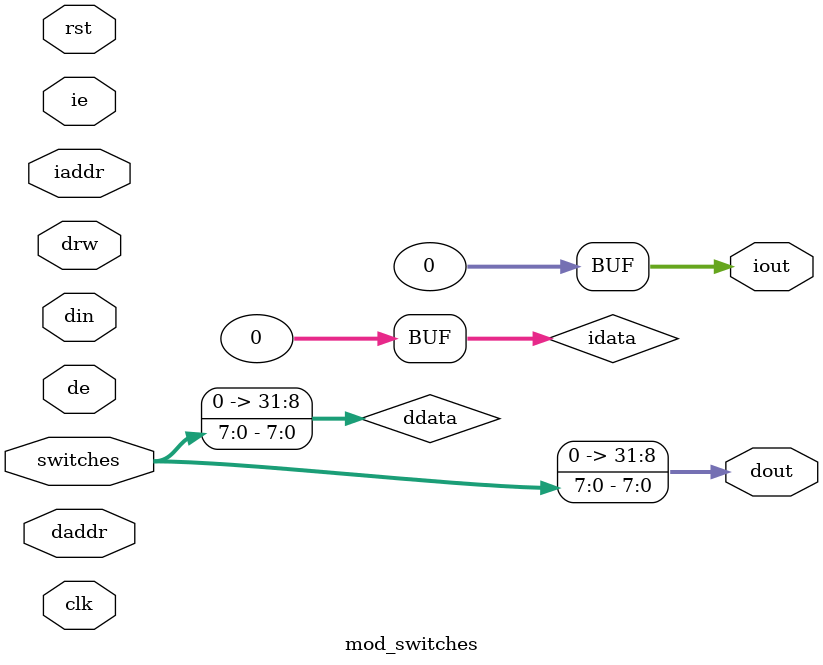
<source format=v>
/*
    Copyright 2010 David Fritz, Brian Gordon, Wira Mulia

    This program is free software: you can redistribute it and/or modify
    it under the terms of the GNU General Public License as published by
    the Free Software Foundation, either version 3 of the License, or
    (at your option) any later version.

    This program is distributed in the hope that it will be useful,
    but WITHOUT ANY WARRANTY; without even the implied warranty of
    MERCHANTABILITY or FITNESS FOR A PARTICULAR PURPOSE.  See the
    GNU General Public License for more details.

    You should have received a copy of the GNU General Public License
    along with this program.  If not, see <http://www.gnu.org/licenses/>.

 */


/* 
David Fritz

switches control module

2.23.2010
*/

/*
There are 4 switches on the Spartan3E board, and they are addressable as the last nibble of the returned word
*/
module mod_switches(rst, clk, ie, de, iaddr, daddr, drw, din, iout, dout, switches);
        input rst;
        input clk;
        input ie,de;
        input [31:0] iaddr, daddr;
        input drw;
        input [31:0] din;
        output [31:0] iout, dout;
	input [7:0] switches;

        /* by spec, the iout and dout signals must go hiZ when we're not using them */
        wire [31:0] idata, ddata;
        assign iout = idata;
        assign dout = ddata;

	assign idata = 32'h00000000;
	assign ddata = {24'h000000,switches};
endmodule

</source>
